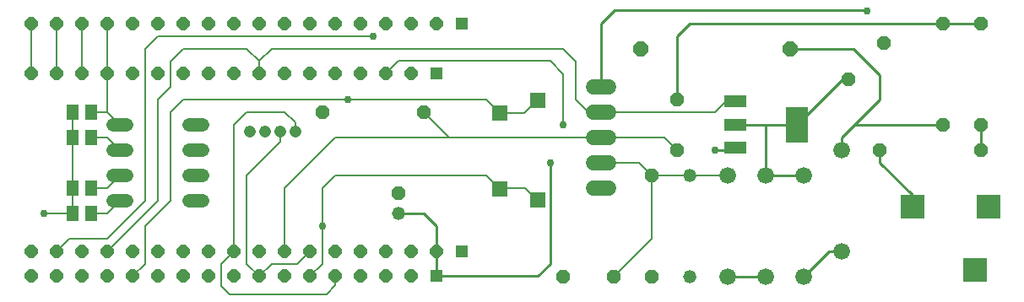
<source format=gbr>
G04 EAGLE Gerber RS-274X export*
G75*
%MOMM*%
%FSLAX34Y34*%
%LPD*%
%INTop Copper*%
%IPPOS*%
%AMOC8*
5,1,8,0,0,1.08239X$1,22.5*%
G01*
%ADD10P,1.429621X8X112.500000*%
%ADD11C,1.320800*%
%ADD12P,1.649562X8X202.500000*%
%ADD13P,1.429621X8X292.500000*%
%ADD14C,1.676400*%
%ADD15R,2.235000X1.219000*%
%ADD16R,2.200000X3.600000*%
%ADD17P,1.429621X8X22.500000*%
%ADD18P,1.429621X8X202.500000*%
%ADD19R,1.508000X1.508000*%
%ADD20C,1.208000*%
%ADD21C,1.320800*%
%ADD22R,2.400000X2.400000*%
%ADD23P,1.415766X8X202.500000*%
%ADD24R,1.308000X1.308000*%
%ADD25R,1.300000X1.600000*%
%ADD26P,1.524005X8X247.500000*%
%ADD27C,1.524000*%
%ADD28C,0.254000*%
%ADD29C,0.152400*%
%ADD30C,0.756400*%


D10*
X393700Y134620D03*
D11*
X393700Y114300D03*
D12*
X786130Y279400D03*
X636270Y279400D03*
D13*
X673100Y228600D03*
X673100Y177800D03*
D14*
X762000Y152400D03*
X762000Y50800D03*
X723900Y50800D03*
X723900Y152400D03*
X800100Y152400D03*
X800100Y50800D03*
D15*
X731010Y226310D03*
X731010Y203200D03*
X731010Y180090D03*
D16*
X792990Y203200D03*
D13*
X939800Y304800D03*
X939800Y203200D03*
D10*
X977900Y203200D03*
X977900Y304800D03*
D17*
X876300Y177800D03*
X977900Y177800D03*
D18*
X609600Y50800D03*
X558800Y50800D03*
D19*
X495300Y138430D03*
X495300Y214630D03*
D20*
X289800Y195900D03*
X274800Y195900D03*
X259800Y195900D03*
X244800Y195900D03*
D21*
X120904Y203200D02*
X107696Y203200D01*
X107696Y177800D02*
X120904Y177800D01*
X120904Y152400D02*
X107696Y152400D01*
X107696Y127000D02*
X120904Y127000D01*
X183896Y127000D02*
X197104Y127000D01*
X197104Y152400D02*
X183896Y152400D01*
X183896Y177800D02*
X197104Y177800D01*
X197104Y203200D02*
X183896Y203200D01*
D22*
X971550Y57150D03*
D19*
X533400Y127800D03*
X533400Y227800D03*
D14*
X838200Y76200D03*
X838200Y177800D03*
D23*
X406400Y254160D03*
X381000Y254160D03*
X355600Y254160D03*
X330200Y254160D03*
X304800Y254160D03*
X279400Y254160D03*
X254000Y254160D03*
X228600Y254160D03*
X203200Y254160D03*
X177800Y254160D03*
X152400Y254160D03*
X127000Y254160D03*
X101600Y254160D03*
X76200Y254160D03*
X50800Y254160D03*
X25400Y254160D03*
X25400Y50960D03*
X50800Y50960D03*
X76200Y50960D03*
X101600Y50960D03*
X127000Y50960D03*
X152400Y50960D03*
X177800Y50960D03*
X203200Y50960D03*
X228600Y50960D03*
X254000Y50960D03*
X279400Y50960D03*
X304800Y50960D03*
X330200Y50960D03*
X355600Y50960D03*
X381000Y50960D03*
X406400Y50960D03*
D24*
X431800Y254160D03*
X431800Y50960D03*
D11*
X685800Y152400D03*
X685800Y50800D03*
D18*
X419100Y215900D03*
X317500Y215900D03*
D10*
X647700Y50800D03*
X647700Y152400D03*
D24*
X457200Y304800D03*
D23*
X431800Y304800D03*
X406400Y304800D03*
X381000Y304800D03*
X355600Y304800D03*
X330200Y304800D03*
X304800Y304800D03*
X279400Y304800D03*
X254000Y304800D03*
X228600Y304800D03*
X203200Y304800D03*
X177800Y304800D03*
X152400Y304800D03*
X127000Y304800D03*
X101600Y304800D03*
X76200Y304800D03*
X50800Y304800D03*
X25400Y304800D03*
X25400Y76200D03*
X50800Y76200D03*
X76200Y76200D03*
X101600Y76200D03*
X127000Y76200D03*
X152400Y76200D03*
X177800Y76200D03*
X203200Y76200D03*
X228600Y76200D03*
X254000Y76200D03*
X279400Y76200D03*
X304800Y76200D03*
X330200Y76200D03*
X355600Y76200D03*
X381000Y76200D03*
X406400Y76200D03*
X431800Y76200D03*
D24*
X457200Y76200D03*
D25*
X85700Y215900D03*
X66700Y215900D03*
X85700Y190500D03*
X66700Y190500D03*
X85700Y139700D03*
X66700Y139700D03*
X85700Y114300D03*
X66700Y114300D03*
D26*
X880291Y284661D03*
X844369Y248739D03*
D27*
X604520Y241300D02*
X589280Y241300D01*
X589280Y215900D02*
X604520Y215900D01*
X604520Y190500D02*
X589280Y190500D01*
X589280Y165100D02*
X604520Y165100D01*
X604520Y139700D02*
X589280Y139700D01*
D22*
X908700Y120650D03*
X984900Y120650D03*
D28*
X762000Y50800D02*
X723900Y50800D01*
X731010Y203200D02*
X749300Y203200D01*
X762000Y203200D02*
X792990Y203200D01*
X762000Y203200D02*
X749300Y203200D01*
X762000Y203200D02*
X762000Y152400D01*
X800100Y152400D01*
X792990Y203200D02*
X838529Y248739D01*
X844369Y248739D01*
X838200Y190500D02*
X838200Y177800D01*
X876300Y252730D02*
X849630Y279400D01*
X786130Y279400D01*
X850900Y203200D02*
X838200Y190500D01*
X850900Y203200D02*
X876300Y228600D01*
X850900Y203200D02*
X939800Y203200D01*
X876300Y228600D02*
X876300Y252730D01*
X673100Y228600D02*
X673100Y292100D01*
X939800Y304800D02*
X977900Y304800D01*
X685800Y304800D02*
X673100Y292100D01*
X685800Y304800D02*
X829310Y304800D01*
X939800Y304800D01*
D29*
X673100Y177800D02*
X660400Y190500D01*
X596900Y190500D01*
X444500Y190500D02*
X330200Y190500D01*
X444500Y190500D02*
X596900Y190500D01*
X279400Y139700D02*
X279400Y76200D01*
X419100Y215900D02*
X444500Y190500D01*
X330200Y190500D02*
X279400Y139700D01*
X494030Y139700D02*
X495300Y138430D01*
X494030Y139700D02*
X481330Y152400D01*
X330200Y152400D01*
X317500Y139700D01*
X317500Y101600D01*
X317500Y63500D01*
X304960Y50960D01*
X304800Y50960D01*
X532600Y127800D02*
X533400Y127800D01*
X532600Y127800D02*
X520700Y139700D01*
X494030Y139700D01*
D30*
X317500Y101600D03*
D28*
X876300Y170117D02*
X876300Y177800D01*
X876300Y170117D02*
X876300Y165100D01*
X908700Y132700D02*
X908700Y120650D01*
X908700Y132700D02*
X876300Y165100D01*
X977900Y177800D02*
X977900Y203200D01*
D29*
X101600Y114300D02*
X85700Y114300D01*
X25400Y254160D02*
X25400Y304800D01*
X114300Y127000D02*
X101600Y114300D01*
X101600Y139700D02*
X85700Y139700D01*
X50800Y254160D02*
X50800Y304800D01*
X114300Y152400D02*
X101600Y139700D01*
X101600Y190500D02*
X85700Y190500D01*
X76200Y254160D02*
X76200Y304800D01*
X101600Y190500D02*
X114300Y177800D01*
X101600Y215900D02*
X85700Y215900D01*
X101600Y254160D02*
X101600Y304800D01*
X101600Y254160D02*
X101600Y215900D01*
X114300Y203200D01*
D28*
X800100Y50800D02*
X825500Y76200D01*
X838200Y76200D01*
D29*
X533400Y227800D02*
X532600Y227800D01*
X519430Y214630D01*
X495300Y214630D01*
X481330Y228600D01*
X342900Y228600D01*
D30*
X342900Y228600D03*
D29*
X139540Y63500D02*
X127000Y50960D01*
X139540Y63500D02*
X139700Y63500D01*
X139700Y101600D01*
X165100Y127000D01*
X165100Y215900D01*
X177800Y228600D02*
X342900Y228600D01*
X177800Y228600D02*
X165100Y215900D01*
D28*
X431800Y50960D02*
X533400Y50960D01*
X431800Y50960D02*
X431800Y76200D01*
X419100Y114300D02*
X393700Y114300D01*
X419100Y114300D02*
X431800Y101600D01*
X431800Y76200D01*
D30*
X546100Y165100D03*
D28*
X546100Y63500D01*
X545940Y63500D02*
X533400Y50960D01*
X545940Y63500D02*
X546100Y63500D01*
X610110Y318010D02*
X863090Y318010D01*
X610110Y318010D02*
X596900Y304800D01*
X596900Y241300D01*
X863090Y318010D02*
X863600Y317500D01*
D30*
X863600Y317500D03*
D29*
X723900Y228600D02*
X711200Y215900D01*
X723900Y228600D02*
X728720Y228600D01*
X731010Y226310D01*
X711200Y215900D02*
X596900Y215900D01*
X254000Y254160D02*
X254000Y266860D01*
X266540Y279400D01*
X558800Y279400D01*
X571500Y266700D01*
X571500Y228600D01*
X584200Y215900D01*
X596900Y215900D01*
X254000Y266860D02*
X241460Y279400D01*
X203200Y279400D01*
X177800Y279400D01*
X165100Y266700D01*
X165100Y241300D01*
X152400Y228600D01*
X152400Y127000D01*
X114300Y88900D01*
X101600Y76200D01*
D30*
X38100Y114300D03*
D29*
X66700Y114300D01*
X66700Y139700D01*
X66700Y190500D01*
X66700Y215900D01*
X685800Y152400D02*
X723900Y152400D01*
X685800Y152400D02*
X647700Y152400D01*
X647700Y88900D01*
X609600Y50800D01*
X596900Y165100D02*
X635000Y165100D01*
X647700Y152400D01*
X393700Y266860D02*
X381000Y254160D01*
X393700Y266860D02*
X545940Y266860D01*
X558800Y254000D01*
X558800Y203200D01*
D30*
X558800Y203200D03*
D29*
X63500Y88900D02*
X50800Y76200D01*
X63500Y88900D02*
X101600Y88900D01*
X139700Y127000D01*
X139700Y279400D01*
X152400Y292100D01*
X368300Y292100D01*
D30*
X368300Y292100D03*
D29*
X266540Y63500D02*
X254000Y50960D01*
X292100Y63500D02*
X304800Y76200D01*
X292100Y63500D02*
X266540Y63500D01*
X254000Y50960D02*
X253840Y50960D01*
X241300Y63500D01*
X274800Y185900D02*
X274800Y195900D01*
X241300Y152400D02*
X241300Y63500D01*
X241300Y152400D02*
X274800Y185900D01*
X228600Y203200D02*
X228600Y76200D01*
X215900Y63500D01*
X215900Y41517D01*
X224397Y33020D02*
X321150Y33020D01*
X330200Y42070D01*
X330200Y50960D01*
X224397Y33020D02*
X215900Y41517D01*
X241300Y215900D02*
X279400Y215900D01*
X289800Y205500D01*
X289800Y195900D01*
X241300Y215900D02*
X228600Y203200D01*
D30*
X711200Y177800D03*
D28*
X728720Y177800D02*
X731010Y180090D01*
X728720Y177800D02*
X711200Y177800D01*
M02*

</source>
